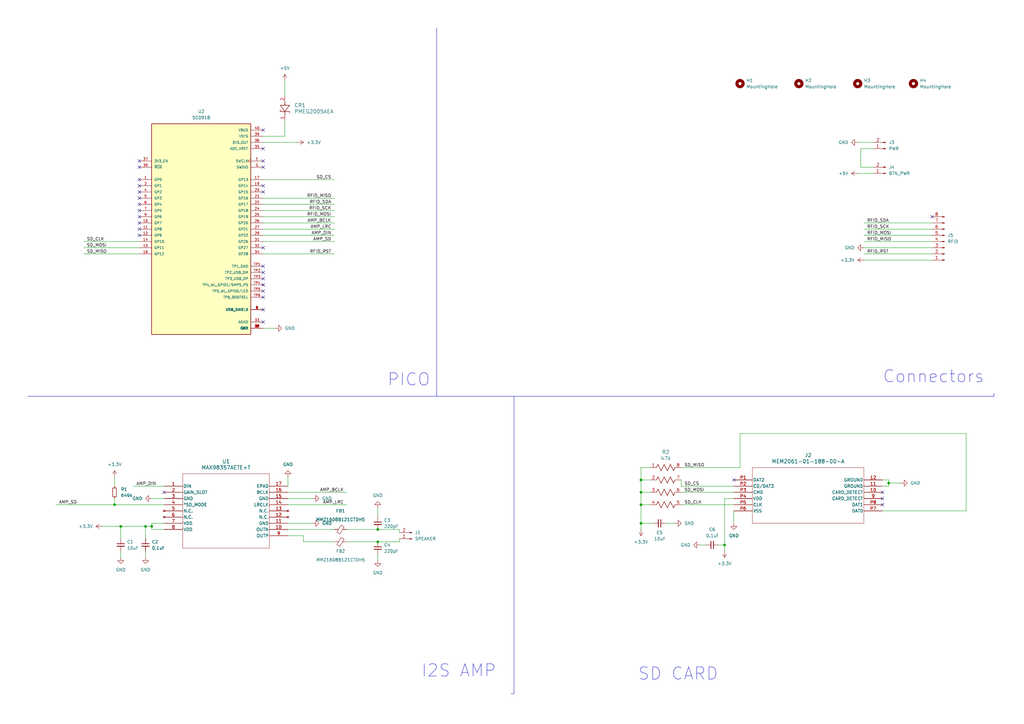
<source format=kicad_sch>
(kicad_sch (version 20231120) (generator "eeschema") (generator_version "8.0")
  (paper "A3")
  (title_block (title "Music Box") (date "2024-03-02") (rev "2"))
  (lib_symbols
    (symbol "AMU-Other:MAX98357AETE+T" (pin_names (offset 0.254))
      (property "Reference" "U" (at 25.4 10.16 0))
      (property "Value" "MAX98357AETE+T" (at 25.4 7.62 0))
      (symbol "MAX98357AETE+T_1_1"
        (polyline (pts (xy 7.62 -25.4) (xy 43.18 -25.4)) (stroke (width 0.127)))
        (polyline (pts (xy 7.62 5.08) (xy 7.62 -25.4)) (stroke (width 0.127)))
        (polyline (pts (xy 43.18 -25.4) (xy 43.18 5.08)) (stroke (width 0.127)))
        (polyline (pts (xy 43.18 5.08) (xy 7.62 5.08)) (stroke (width 0.127)))
        (pin unspecified line (at 0 0 0) (length 7.62) (name "DIN") (number "1"))
        (pin output line (at 50.8 -17.78 180) (length 7.62) (name "OUTN") (number "10"))
        (pin power_out line (at 50.8 -15.24 180) (length 7.62) (name "GND") (number "11"))
        (pin no_connect line (at 50.8 -12.7 180) (length 7.62) (name "N.C.") (number "12"))
        (pin no_connect line (at 50.8 -10.16 180) (length 7.62) (name "N.C.") (number "13"))
        (pin unspecified line (at 50.8 -7.62 180) (length 7.62) (name "LRCLK") (number "14"))
        (pin power_out line (at 50.8 -5.08 180) (length 7.62) (name "GND") (number "15"))
        (pin unspecified line (at 50.8 -2.54 180) (length 7.62) (name "BCLK") (number "16"))
        (pin unspecified line (at 50.8 0 180) (length 7.62) (name "EPAD") (number "17"))
        (pin unspecified line (at 0 -2.54 0) (length 7.62) (name "GAIN_SLOT") (number "2"))
        (pin power_out line (at 0 -5.08 0) (length 7.62) (name "GND") (number "3"))
        (pin unspecified line (at 0 -7.62 0) (length 7.62) (name "*SD_MODE") (number "4"))
        (pin no_connect line (at 0 -10.16 0) (length 7.62) (name "N.C.") (number "5"))
        (pin no_connect line (at 0 -12.7 0) (length 7.62) (name "N.C.") (number "6"))
        (pin power_in line (at 0 -15.24 0) (length 7.62) (name "VDD") (number "7"))
        (pin power_in line (at 0 -17.78 0) (length 7.62) (name "VDD") (number "8"))
        (pin output line (at 50.8 -20.32 180) (length 7.62) (name "OUTP") (number "9"))
      )
    )
    (symbol "Connector:Conn_01x02_Pin" (pin_names (offset 1.016) hide)
      (property "Reference" "J" (at 0 2.54 0))
      (property "Value" "Conn_01x02_Pin" (at 0 -5.08 0))
      (symbol "Conn_01x02_Pin_1_1"
        (polyline (pts (xy 1.27 -2.54) (xy 0.8636 -2.54)) (stroke (width 0.1524)))
        (polyline (pts (xy 1.27 0) (xy 0.8636 0)) (stroke (width 0.1524)))
        (rectangle (start 0.8636 -2.413) (end 0 -2.667) (stroke (width 0.1524)) (fill (type outline)))
        (rectangle (start 0.8636 0.127) (end 0 -0.127) (stroke (width 0.1524)) (fill (type outline)))
        (pin passive line (at 5.08 0 180) (length 3.81) (name "Pin_1") (number "1"))
        (pin passive line (at 5.08 -2.54 180) (length 3.81) (name "Pin_2") (number "2"))
      )
    )
    (symbol "Connector:Conn_01x08_Pin" (pin_names (offset 1.016) hide)
      (property "Reference" "J" (at 0 10.16 0))
      (property "Value" "Conn_01x08_Pin" (at 0 -12.7 0))
      (symbol "Conn_01x08_Pin_1_1"
        (polyline (pts (xy 1.27 -10.16) (xy 0.8636 -10.16)) (stroke (width 0.1524)))
        (polyline (pts (xy 1.27 -7.62) (xy 0.8636 -7.62)) (stroke (width 0.1524)))
        (polyline (pts (xy 1.27 -5.08) (xy 0.8636 -5.08)) (stroke (width 0.1524)))
        (polyline (pts (xy 1.27 -2.54) (xy 0.8636 -2.54)) (stroke (width 0.1524)))
        (polyline (pts (xy 1.27 0) (xy 0.8636 0)) (stroke (width 0.1524)))
        (polyline (pts (xy 1.27 2.54) (xy 0.8636 2.54)) (stroke (width 0.1524)))
        (polyline (pts (xy 1.27 5.08) (xy 0.8636 5.08)) (stroke (width 0.1524)))
        (polyline (pts (xy 1.27 7.62) (xy 0.8636 7.62)) (stroke (width 0.1524)))
        (rectangle (start 0.8636 -10.033) (end 0 -10.287) (stroke (width 0.1524)) (fill (type outline)))
        (rectangle (start 0.8636 -7.493) (end 0 -7.747) (stroke (width 0.1524)) (fill (type outline)))
        (rectangle (start 0.8636 -4.953) (end 0 -5.207) (stroke (width 0.1524)) (fill (type outline)))
        (rectangle (start 0.8636 -2.413) (end 0 -2.667) (stroke (width 0.1524)) (fill (type outline)))
        (rectangle (start 0.8636 0.127) (end 0 -0.127) (stroke (width 0.1524)) (fill (type outline)))
        (rectangle (start 0.8636 2.667) (end 0 2.413) (stroke (width 0.1524)) (fill (type outline)))
        (rectangle (start 0.8636 5.207) (end 0 4.953) (stroke (width 0.1524)) (fill (type outline)))
        (rectangle (start 0.8636 7.747) (end 0 7.493) (stroke (width 0.1524)) (fill (type outline)))
        (pin passive line (at 5.08 7.62 180) (length 3.81) (name "Pin_1") (number "1"))
        (pin passive line (at 5.08 5.08 180) (length 3.81) (name "Pin_2") (number "2"))
        (pin passive line (at 5.08 2.54 180) (length 3.81) (name "Pin_3") (number "3"))
        (pin passive line (at 5.08 0 180) (length 3.81) (name "Pin_4") (number "4"))
        (pin passive line (at 5.08 -2.54 180) (length 3.81) (name "Pin_5") (number "5"))
        (pin passive line (at 5.08 -5.08 180) (length 3.81) (name "Pin_6") (number "6"))
        (pin passive line (at 5.08 -7.62 180) (length 3.81) (name "Pin_7") (number "7"))
        (pin passive line (at 5.08 -10.16 180) (length 3.81) (name "Pin_8") (number "8"))
      )
    )
    (symbol "Device:C_Small" (pin_numbers hide) (pin_names (offset 0.254) hide)
      (property "Reference" "C" (at 0.254 1.778 0))
      (property "Value" "C_Small" (at 0.254 -2.032 0))
      (symbol "C_Small_0_1"
        (polyline (pts (xy -1.524 -0.508) (xy 1.524 -0.508)) (stroke (width 0.3302)))
        (polyline (pts (xy -1.524 0.508) (xy 1.524 0.508)) (stroke (width 0.3048)))
      )
      (symbol "C_Small_1_1"
        (pin passive line (at 0 2.54 270) (length 2.032) (name "~") (number "1"))
        (pin passive line (at 0 -2.54 90) (length 2.032) (name "~") (number "2"))
      )
    )
    (symbol "Device:FerriteBead_Small" (pin_numbers hide) (pin_names (offset 0))
      (property "Reference" "FB" (at 1.905 1.27 0))
      (property "Value" "FerriteBead_Small" (at 1.905 -1.27 0))
      (symbol "FerriteBead_Small_0_1"
        (polyline (pts (xy 0 -1.27) (xy 0 -0.7874)))
        (polyline (pts (xy 0 0.889) (xy 0 1.2954)))
        (polyline (pts (xy -1.8288 0.2794) (xy -1.1176 1.4986) (xy 1.8288 -0.2032) (xy 1.1176 -1.4224) (xy -1.8288 0.2794)))
      )
      (symbol "FerriteBead_Small_1_1"
        (pin passive line (at 0 2.54 270) (length 1.27) (name "~") (number "1"))
        (pin passive line (at 0 -2.54 90) (length 1.27) (name "~") (number "2"))
      )
    )
    (symbol "Device:R_Small" (pin_numbers hide) (pin_names (offset 0.254) hide)
      (property "Reference" "R" (at 0.762 0.508 0))
      (property "Value" "R_Small" (at 0.762 -1.016 0))
      (symbol "R_Small_0_1"
        (rectangle (start -0.762 1.778) (end 0.762 -1.778) (stroke (width 0.2032)))
      )
      (symbol "R_Small_1_1"
        (pin passive line (at 0 2.54 270) (length 0.762) (name "~") (number "1"))
        (pin passive line (at 0 -2.54 90) (length 0.762) (name "~") (number "2"))
      )
    )
    (symbol "Mechanical:MountingHole" (pin_names (offset 1.016))
      (property "Reference" "H" (at 0 5.08 0))
      (property "Value" "MountingHole" (at 0 3.175 0))
      (symbol "MountingHole_0_1"
        (circle (center 0 0) (radius 1.27) (stroke (width 1.27)))
      )
    )
    (symbol "pico-w:SC0918" (pin_names (offset 1.016))
      (property "Reference" "U" (at -20.32 43.942 0))
      (property "Value" "SC0918" (at -20.32 -45.72 0))
      (symbol "SC0918_0_0"
        (rectangle (start -20.32 -43.18) (end 20.32 43.18) (stroke (width 0.254)) (fill (type background)))
        (pin bidirectional line (at -25.4 20.32 0) (length 5.08) (name "GP0") (number "1"))
        (pin bidirectional line (at -25.4 2.54 0) (length 5.08) (name "GP7") (number "10"))
        (pin bidirectional line (at -25.4 0 0) (length 5.08) (name "GP8") (number "11"))
        (pin bidirectional line (at -25.4 -2.54 0) (length 5.08) (name "GP9") (number "12"))
        (pin power_in line (at 25.4 -40.64 180) (length 5.08) (name "GND") (number "13"))
        (pin bidirectional line (at -25.4 -5.08 0) (length 5.08) (name "GP10") (number "14"))
        (pin bidirectional line (at -25.4 -7.62 0) (length 5.08) (name "GP11") (number "15"))
        (pin bidirectional line (at -25.4 -10.16 0) (length 5.08) (name "GP12") (number "16"))
        (pin bidirectional line (at 25.4 20.32 180) (length 5.08) (name "GP13") (number "17"))
        (pin power_in line (at 25.4 -40.64 180) (length 5.08) (name "GND") (number "18"))
        (pin bidirectional line (at 25.4 17.78 180) (length 5.08) (name "GP14") (number "19"))
        (pin bidirectional line (at -25.4 17.78 0) (length 5.08) (name "GP1") (number "2"))
        (pin bidirectional line (at 25.4 15.24 180) (length 5.08) (name "GP15") (number "20"))
        (pin bidirectional line (at 25.4 12.7 180) (length 5.08) (name "GP16") (number "21"))
        (pin bidirectional line (at 25.4 10.16 180) (length 5.08) (name "GP17") (number "22"))
        (pin power_in line (at 25.4 -40.64 180) (length 5.08) (name "GND") (number "23"))
        (pin bidirectional line (at 25.4 7.62 180) (length 5.08) (name "GP18") (number "24"))
        (pin bidirectional line (at 25.4 5.08 180) (length 5.08) (name "GP19") (number "25"))
        (pin bidirectional line (at 25.4 2.54 180) (length 5.08) (name "GP20") (number "26"))
        (pin bidirectional line (at 25.4 0 180) (length 5.08) (name "GP21") (number "27"))
        (pin power_in line (at 25.4 -40.64 180) (length 5.08) (name "GND") (number "28"))
        (pin bidirectional line (at 25.4 -2.54 180) (length 5.08) (name "GP22") (number "29"))
        (pin power_in line (at 25.4 -40.64 180) (length 5.08) (name "GND") (number "3"))
        (pin input line (at -25.4 25.4 0) (length 5.08) (name "~{RUN}") (number "30"))
        (pin bidirectional line (at 25.4 -5.08 180) (length 5.08) (name "GP26") (number "31"))
        (pin bidirectional line (at 25.4 -7.62 180) (length 5.08) (name "GP27") (number "32"))
        (pin power_in line (at 25.4 -38.1 180) (length 5.08) (name "AGND") (number "33"))
        (pin bidirectional line (at 25.4 -10.16 180) (length 5.08) (name "GP28") (number "34"))
        (pin power_in line (at 25.4 33.02 180) (length 5.08) (name "ADC_VREF") (number "35"))
        (pin power_in line (at 25.4 35.56 180) (length 5.08) (name "3V3_OUT") (number "36"))
        (pin input line (at -25.4 27.94 0) (length 5.08) (name "3V3_EN") (number "37"))
        (pin power_in line (at 25.4 -40.64 180) (length 5.08) (name "GND") (number "38"))
        (pin power_in line (at 25.4 38.1 180) (length 5.08) (name "VSYS") (number "39"))
        (pin bidirectional line (at -25.4 15.24 0) (length 5.08) (name "GP2") (number "4"))
        (pin power_in line (at 25.4 40.64 180) (length 5.08) (name "VBUS") (number "40"))
        (pin bidirectional line (at -25.4 12.7 0) (length 5.08) (name "GP3") (number "5"))
        (pin bidirectional line (at -25.4 10.16 0) (length 5.08) (name "GP4") (number "6"))
        (pin bidirectional line (at -25.4 7.62 0) (length 5.08) (name "GP5") (number "7"))
        (pin power_in line (at 25.4 -40.64 180) (length 5.08) (name "GND") (number "8"))
        (pin bidirectional line (at -25.4 5.08 0) (length 5.08) (name "GP6") (number "9"))
        (pin power_in line (at 25.4 -33.02 180) (length 5.08) (name "USB_SHIELD") (number "A"))
        (pin power_in line (at 25.4 -33.02 180) (length 5.08) (name "USB_SHIELD") (number "B"))
        (pin power_in line (at 25.4 -33.02 180) (length 5.08) (name "USB_SHIELD") (number "C"))
        (pin power_in line (at 25.4 -33.02 180) (length 5.08) (name "USB_SHIELD") (number "D"))
        (pin input clock (at 25.4 27.94 180) (length 5.08) (name "SWCLK") (number "E"))
        (pin power_in line (at 25.4 -40.64 180) (length 5.08) (name "GND") (number "F"))
        (pin bidirectional line (at 25.4 25.4 180) (length 5.08) (name "SWDIO") (number "G"))
        (pin power_in line (at 25.4 -15.24 180) (length 5.08) (name "TP1_GND") (number "TP1"))
        (pin bidirectional line (at 25.4 -17.78 180) (length 5.08) (name "TP2_USB_DM") (number "TP2"))
        (pin bidirectional line (at 25.4 -20.32 180) (length 5.08) (name "TP3_USB_DP") (number "TP3"))
        (pin no_connect line (at 25.4 -22.86 180) (length 5.08) (name "TP4_WL_GPIO1/SMPS_PS") (number "TP4"))
        (pin output line (at 25.4 -25.4 180) (length 5.08) (name "TP5_WL_GPIO0/LED") (number "TP5"))
        (pin input line (at 25.4 -27.94 180) (length 5.08) (name "TP6_BOOTSEL") (number "TP6"))
      )
    )
    (symbol "power:+3.3V" (power) (pin_names (offset 0))
      (property "Value" "+3.3V" (at 0 3.556 0))
      (symbol "+3.3V_0_1"
        (polyline (pts (xy -0.762 1.27) (xy 0 2.54)))
        (polyline (pts (xy 0 0) (xy 0 2.54)))
        (polyline (pts (xy 0 2.54) (xy 0.762 1.27)))
      )
      (symbol "+3.3V_1_1"
        (pin power_in line (at 0 0 90) (length 0) hide (name "+3.3V") (number "1"))
      )
    )
    (symbol "power:+5V" (power) (pin_names (offset 0))
      (property "Value" "+5V" (at 0 3.556 0))
      (symbol "+5V_0_1"
        (polyline (pts (xy -0.762 1.27) (xy 0 2.54)))
        (polyline (pts (xy 0 0) (xy 0 2.54)))
        (polyline (pts (xy 0 2.54) (xy 0.762 1.27)))
      )
      (symbol "+5V_1_1"
        (pin power_in line (at 0 0 90) (length 0) hide (name "+5V") (number "1"))
      )
    )
    (symbol "power:GND" (power) (pin_names (offset 0))
      (property "Value" "GND" (at 0 -3.81 0))
      (symbol "GND_0_1"
        (polyline (pts (xy 0 0) (xy 0 -1.27) (xy 1.27 -1.27) (xy 0 -2.54) (xy -1.27 -1.27) (xy 0 -1.27)))
      )
      (symbol "GND_1_1"
        (pin power_in line (at 0 0 270) (length 0) hide (name "GND") (number "1"))
      )
    )
    (symbol "resistor_array:EXB-N8V473JX" (pin_names (offset 0.254))
      (property "Reference" "R" (at 7.62 2.54 0))
      (property "Value" "EXB-N8V473JX" (at 5.08 -17.78 0))
      (symbol "EXB-N8V473JX_0_1"
        (polyline (pts (xy 2.54 -15.24) (xy 3.175 -13.97)) (stroke (width 0.2032)))
        (polyline (pts (xy 2.54 -10.16) (xy 3.175 -8.89)) (stroke (width 0.2032)))
        (polyline (pts (xy 2.54 -5.08) (xy 3.175 -3.81)) (stroke (width 0.2032)))
        (polyline (pts (xy 2.54 0) (xy 3.175 1.27)) (stroke (width 0.2032)))
        (polyline (pts (xy 3.175 -13.97) (xy 4.445 -16.51)) (stroke (width 0.2032)))
        (polyline (pts (xy 3.175 -8.89) (xy 4.445 -11.43)) (stroke (width 0.2032)))
        (polyline (pts (xy 3.175 -3.81) (xy 4.445 -6.35)) (stroke (width 0.2032)))
        (polyline (pts (xy 3.175 1.27) (xy 4.445 -1.27)) (stroke (width 0.2032)))
        (polyline (pts (xy 4.445 -16.51) (xy 5.715 -13.97)) (stroke (width 0.2032)))
        (polyline (pts (xy 4.445 -11.43) (xy 5.715 -8.89)) (stroke (width 0.2032)))
        (polyline (pts (xy 4.445 -6.35) (xy 5.715 -3.81)) (stroke (width 0.2032)))
        (polyline (pts (xy 4.445 -1.27) (xy 5.715 1.27)) (stroke (width 0.2032)))
        (polyline (pts (xy 5.715 -13.97) (xy 6.985 -16.51)) (stroke (width 0.2032)))
        (polyline (pts (xy 5.715 -8.89) (xy 6.985 -11.43)) (stroke (width 0.2032)))
        (polyline (pts (xy 5.715 -3.81) (xy 6.985 -6.35)) (stroke (width 0.2032)))
        (polyline (pts (xy 5.715 1.27) (xy 6.985 -1.27)) (stroke (width 0.2032)))
        (polyline (pts (xy 6.985 -16.51) (xy 8.255 -13.97)) (stroke (width 0.2032)))
        (polyline (pts (xy 6.985 -11.43) (xy 8.255 -8.89)) (stroke (width 0.2032)))
        (polyline (pts (xy 6.985 -6.35) (xy 8.255 -3.81)) (stroke (width 0.2032)))
        (polyline (pts (xy 6.985 -1.27) (xy 8.255 1.27)) (stroke (width 0.2032)))
        (polyline (pts (xy 8.255 -13.97) (xy 9.525 -16.51)) (stroke (width 0.2032)))
        (polyline (pts (xy 8.255 -8.89) (xy 9.525 -11.43)) (stroke (width 0.2032)))
        (polyline (pts (xy 8.255 -3.81) (xy 9.525 -6.35)) (stroke (width 0.2032)))
        (polyline (pts (xy 8.255 1.27) (xy 9.525 -1.27)) (stroke (width 0.2032)))
        (polyline (pts (xy 9.525 -16.51) (xy 10.16 -15.24)) (stroke (width 0.2032)))
        (polyline (pts (xy 9.525 -11.43) (xy 10.16 -10.16)) (stroke (width 0.2032)))
        (polyline (pts (xy 9.525 -6.35) (xy 10.16 -5.08)) (stroke (width 0.2032)))
        (polyline (pts (xy 9.525 -1.27) (xy 10.16 0)) (stroke (width 0.2032)))
        (pin unspecified line (at 0 0 0) (length 2.54) (name "") (number "1"))
        (pin unspecified line (at 0 -5.08 0) (length 2.54) (name "") (number "2"))
        (pin unspecified line (at 0 -10.16 0) (length 2.54) (name "") (number "3"))
        (pin unspecified line (at 0 -15.24 0) (length 2.54) (name "") (number "4"))
        (pin unspecified line (at 12.7 -15.24 180) (length 2.54) (name "") (number "5"))
        (pin unspecified line (at 12.7 -10.16 180) (length 2.54) (name "") (number "6"))
        (pin unspecified line (at 12.7 -5.08 180) (length 2.54) (name "") (number "7"))
        (pin unspecified line (at 12.7 0 180) (length 2.54) (name "") (number "8"))
      )
    )
    (symbol "sd-holder:MEM2061-01-188-00-A" (pin_names (offset 0.254))
      (property "Reference" "J" (at 30.48 10.16 0))
      (property "Value" "MEM2061-01-188-00-A" (at 30.48 7.62 0))
      (symbol "MEM2061-01-188-00-A_0_1"
        (polyline (pts (xy 7.62 -17.78) (xy 53.34 -17.78)) (stroke (width 0.127)))
        (polyline (pts (xy 7.62 5.08) (xy 7.62 -17.78)) (stroke (width 0.127)))
        (polyline (pts (xy 53.34 -17.78) (xy 53.34 5.08)) (stroke (width 0.127)))
        (polyline (pts (xy 53.34 5.08) (xy 7.62 5.08)) (stroke (width 0.127)))
        (pin unspecified line (at 60.96 -5.08 180) (length 7.62) (name "CARD_DETECT") (number "10"))
        (pin power_out line (at 60.96 -2.54 180) (length 7.62) (name "GROUND") (number "11"))
        (pin power_out line (at 60.96 0 180) (length 7.62) (name "GROUND") (number "12"))
        (pin unspecified line (at 60.96 -7.62 180) (length 7.62) (name "CARD_DETECT") (number "9"))
        (pin bidirectional line (at 0 0 0) (length 7.62) (name "DAT2") (number "P1"))
        (pin bidirectional line (at 0 -2.54 0) (length 7.62) (name "CD/DAT3") (number "P2"))
        (pin bidirectional line (at 0 -5.08 0) (length 7.62) (name "CMD") (number "P3"))
        (pin power_in line (at 0 -7.62 0) (length 7.62) (name "VDD") (number "P4"))
        (pin unspecified line (at 0 -10.16 0) (length 7.62) (name "CLK") (number "P5"))
        (pin power_out line (at 0 -12.7 0) (length 7.62) (name "VSS") (number "P6"))
        (pin bidirectional line (at 60.96 -12.7 180) (length 7.62) (name "DAT0") (number "P7"))
        (pin bidirectional line (at 60.96 -10.16 180) (length 7.62) (name "DAT1") (number "P8"))
      )
    )
    (symbol "shottky:PMEG2005AEA" (pin_names (offset 0.254))
      (property "Reference" "CR" (at 5.08 4.445 0))
      (property "Value" "PMEG2005AEA" (at 5.08 -3.81 0))
      (symbol "PMEG2005AEA_1_1"
        (polyline (pts (xy 2.54 0) (xy 3.4798 0)) (stroke (width 0.2032)))
        (polyline (pts (xy 3.175 0) (xy 3.81 0)) (stroke (width 0.2032)))
        (polyline (pts (xy 3.81 -1.905) (xy 6.35 0)) (stroke (width 0.2032)))
        (polyline (pts (xy 3.81 1.905) (xy 3.81 -1.905)) (stroke (width 0.2032)))
        (polyline (pts (xy 6.35 -1.905) (xy 5.715 -1.905)) (stroke (width 0.2032)))
        (polyline (pts (xy 6.35 -1.905) (xy 6.35 1.905)) (stroke (width 0.2032)))
        (polyline (pts (xy 6.35 0) (xy 3.81 1.905)) (stroke (width 0.2032)))
        (polyline (pts (xy 6.35 0) (xy 7.62 0)) (stroke (width 0.2032)))
        (polyline (pts (xy 6.35 1.905) (xy 6.985 1.905)) (stroke (width 0.2032)))
        (pin unspecified line (at 10.16 0 180) (length 2.54) (name "") (number "1"))
        (pin unspecified line (at 0 0 0) (length 2.54) (name "") (number "2"))
      )
    )
  )
  (junction (at 49.53 215.9))
  (junction (at 59.69 215.9))
  (junction (at 262.89 201.93))
  (junction (at 262.89 196.85))
  (junction (at 154.94 222.25))
  (junction (at 262.89 207.01))
  (junction (at 154.94 217.17))
  (junction (at 46.99 207.01))
  (junction (at 364.49 198.12))
  (junction (at 262.89 214.63))
  (junction (at 297.18 223.52))
  (junction (at 62.23 215.9))
  (no_connect (at 107.95 101.6))
  (no_connect (at 57.15 76.2))
  (no_connect (at 107.95 76.2))
  (no_connect (at 57.15 93.98))
  (no_connect (at 107.95 78.74))
  (no_connect (at 107.95 66.04))
  (no_connect (at 107.95 116.84))
  (no_connect (at 361.95 207.01))
  (no_connect (at 67.31 201.93))
  (no_connect (at 57.15 83.82))
  (no_connect (at 107.95 109.22))
  (no_connect (at 107.95 114.3))
  (no_connect (at 300.99 196.85))
  (no_connect (at 107.95 53.34))
  (no_connect (at 57.15 91.44))
  (no_connect (at 107.95 68.58))
  (no_connect (at 57.15 86.36))
  (no_connect (at 107.95 121.92))
  (no_connect (at 107.95 119.38))
  (no_connect (at 57.15 88.9))
  (no_connect (at 57.15 68.58))
  (no_connect (at 107.95 111.76))
  (no_connect (at 57.15 78.74))
  (no_connect (at 57.15 96.52))
  (no_connect (at 107.95 127))
  (no_connect (at 382.27 88.9))
  (no_connect (at 107.95 132.08))
  (no_connect (at 57.15 81.28))
  (no_connect (at 361.95 201.93))
  (no_connect (at 57.15 66.04))
  (no_connect (at 57.15 73.66))
  (no_connect (at 107.95 60.96))
  (no_connect (at 361.95 204.47))
  (wire (pts (xy 107.95 73.66) (xy 137.16 73.66)))
  (wire (pts (xy 154.94 217.17) (xy 163.83 217.17)))
  (wire (pts (xy 279.4 207.01) (xy 300.99 207.01)))
  (wire (pts (xy 107.95 96.52) (xy 137.16 96.52)))
  (wire (pts (xy 297.18 204.47) (xy 297.18 223.52)))
  (wire (pts (xy 361.95 196.85) (xy 364.49 196.85)))
  (wire (pts (xy 354.33 96.52) (xy 382.27 96.52)))
  (polyline (pts (xy 210.82 162.56) (xy 210.82 284.48)))
  (polyline (pts (xy 407.67 161.29) (xy 407.67 162.56)))
  (wire (pts (xy 107.95 91.44) (xy 137.16 91.44)))
  (polyline (pts (xy 210.82 162.56) (xy 407.67 162.56)))
  (wire (pts (xy 279.4 199.39) (xy 279.4 196.85)))
  (wire (pts (xy 303.53 177.8) (xy 396.24 177.8)))
  (wire (pts (xy 54.61 199.39) (xy 67.31 199.39)))
  (wire (pts (xy 354.33 101.6) (xy 382.27 101.6)))
  (wire (pts (xy 273.05 214.63) (xy 276.86 214.63)))
  (wire (pts (xy 354.33 104.14) (xy 382.27 104.14)))
  (wire (pts (xy 107.95 99.06) (xy 137.16 99.06)))
  (wire (pts (xy 46.99 195.58) (xy 46.99 199.39)))
  (wire (pts (xy 142.24 222.25) (xy 154.94 222.25)))
  (wire (pts (xy 118.11 195.58) (xy 118.11 199.39)))
  (polyline (pts (xy 179.07 162.56) (xy 210.82 162.56)))
  (wire (pts (xy 279.4 201.93) (xy 300.99 201.93)))
  (wire (pts (xy 353.06 68.58) (xy 353.06 60.96)))
  (wire (pts (xy 118.11 219.71) (xy 124.46 219.71)))
  (wire (pts (xy 262.89 196.85) (xy 262.89 201.93)))
  (wire (pts (xy 59.69 226.06) (xy 59.69 228.6)))
  (wire (pts (xy 262.89 214.63) (xy 267.97 214.63)))
  (wire (pts (xy 303.53 191.77) (xy 303.53 177.8)))
  (wire (pts (xy 46.99 207.01) (xy 67.31 207.01)))
  (wire (pts (xy 262.89 201.93) (xy 262.89 207.01)))
  (wire (pts (xy 116.84 33.02) (xy 116.84 39.37)))
  (wire (pts (xy 118.11 214.63) (xy 128.27 214.63)))
  (wire (pts (xy 46.99 204.47) (xy 46.99 207.01)))
  (wire (pts (xy 300.99 209.55) (xy 300.99 214.63)))
  (wire (pts (xy 107.95 86.36) (xy 137.16 86.36)))
  (wire (pts (xy 300.99 199.39) (xy 279.4 199.39)))
  (wire (pts (xy 154.94 227.33) (xy 154.94 229.87)))
  (wire (pts (xy 142.24 217.17) (xy 154.94 217.17)))
  (wire (pts (xy 49.53 215.9) (xy 49.53 220.98)))
  (polyline (pts (xy 179.07 11.43) (xy 179.07 162.56)))
  (wire (pts (xy 266.7 191.77) (xy 262.89 191.77)))
  (wire (pts (xy 163.83 222.25) (xy 163.83 220.98)))
  (wire (pts (xy 107.95 58.42) (xy 121.92 58.42)))
  (wire (pts (xy 124.46 222.25) (xy 137.16 222.25)))
  (wire (pts (xy 41.91 215.9) (xy 49.53 215.9)))
  (wire (pts (xy 262.89 207.01) (xy 262.89 214.63)))
  (wire (pts (xy 262.89 207.01) (xy 266.7 207.01)))
  (wire (pts (xy 154.94 208.28) (xy 154.94 212.09)))
  (wire (pts (xy 262.89 196.85) (xy 266.7 196.85)))
  (wire (pts (xy 62.23 204.47) (xy 67.31 204.47)))
  (wire (pts (xy 49.53 226.06) (xy 49.53 228.6)))
  (wire (pts (xy 279.4 191.77) (xy 303.53 191.77)))
  (wire (pts (xy 351.79 58.42) (xy 358.14 58.42)))
  (wire (pts (xy 154.94 222.25) (xy 163.83 222.25)))
  (wire (pts (xy 116.84 55.88) (xy 116.84 49.53)))
  (wire (pts (xy 287.02 223.52) (xy 289.56 223.52)))
  (wire (pts (xy 294.64 223.52) (xy 297.18 223.52)))
  (wire (pts (xy 364.49 199.39) (xy 364.49 198.12)))
  (wire (pts (xy 118.11 201.93) (xy 142.24 201.93)))
  (wire (pts (xy 300.99 204.47) (xy 297.18 204.47)))
  (wire (pts (xy 107.95 134.62) (xy 113.03 134.62)))
  (wire (pts (xy 107.95 81.28) (xy 137.16 81.28)))
  (wire (pts (xy 22.86 207.01) (xy 46.99 207.01)))
  (wire (pts (xy 59.69 215.9) (xy 62.23 215.9)))
  (wire (pts (xy 262.89 191.77) (xy 262.89 196.85)))
  (wire (pts (xy 62.23 215.9) (xy 62.23 217.17)))
  (wire (pts (xy 107.95 55.88) (xy 116.84 55.88)))
  (wire (pts (xy 107.95 104.14) (xy 137.16 104.14)))
  (wire (pts (xy 107.95 83.82) (xy 137.16 83.82)))
  (wire (pts (xy 354.33 99.06) (xy 382.27 99.06)))
  (wire (pts (xy 396.24 177.8) (xy 396.24 209.55)))
  (wire (pts (xy 262.89 214.63) (xy 262.89 217.17)))
  (wire (pts (xy 351.79 71.12) (xy 358.14 71.12)))
  (wire (pts (xy 262.89 201.93) (xy 266.7 201.93)))
  (wire (pts (xy 49.53 215.9) (xy 59.69 215.9)))
  (wire (pts (xy 354.33 91.44) (xy 382.27 91.44)))
  (wire (pts (xy 34.29 104.14) (xy 57.15 104.14)))
  (wire (pts (xy 358.14 68.58) (xy 353.06 68.58)))
  (wire (pts (xy 118.11 204.47) (xy 128.27 204.47)))
  (wire (pts (xy 361.95 209.55) (xy 396.24 209.55)))
  (wire (pts (xy 107.95 93.98) (xy 137.16 93.98)))
  (polyline (pts (xy 11.43 162.56) (xy 179.07 162.56)))
  (wire (pts (xy 361.95 199.39) (xy 364.49 199.39)))
  (wire (pts (xy 364.49 198.12) (xy 364.49 196.85)))
  (wire (pts (xy 354.33 106.68) (xy 382.27 106.68)))
  (wire (pts (xy 62.23 217.17) (xy 67.31 217.17)))
  (wire (pts (xy 118.11 207.01) (xy 142.24 207.01)))
  (wire (pts (xy 297.18 223.52) (xy 297.18 226.06)))
  (wire (pts (xy 118.11 217.17) (xy 137.16 217.17)))
  (wire (pts (xy 163.83 217.17) (xy 163.83 218.44)))
  (wire (pts (xy 353.06 60.96) (xy 358.14 60.96)))
  (wire (pts (xy 124.46 219.71) (xy 124.46 222.25)))
  (wire (pts (xy 34.29 99.06) (xy 57.15 99.06)))
  (wire (pts (xy 364.49 198.12) (xy 369.57 198.12)))
  (wire (pts (xy 354.33 93.98) (xy 382.27 93.98)))
  (wire (pts (xy 34.29 101.6) (xy 57.15 101.6)))
  (wire (pts (xy 67.31 214.63) (xy 62.23 214.63)))
  (wire (pts (xy 62.23 214.63) (xy 62.23 215.9)))
  (wire (pts (xy 107.95 88.9) (xy 137.16 88.9)))
  (polyline (pts (xy 209.55 284.48) (xy 210.82 284.48)))
  (wire (pts (xy 59.69 215.9) (xy 59.69 220.98)))
  (text "Connectors" (at 361.95 157.48 0) (effects (font (size 5 5)) (justify left bottom)))
  (text "I2S AMP" (at 172.72 278.13 0) (effects (font (size 5 5)) (justify left bottom)))
  (text "PICO" (at 158.75 158.75 0) (effects (font (size 5 5)) (justify left bottom)))
  (text "SD CARD" (at 261.62 279.4 0) (effects (font (size 5 5)) (justify left bottom)))
  (label "SD_MOSI" (at 35.56 101.6 0))
  (label "AMP_BCLK" (at 140.97 201.93 180))
  (label "RFID_SDA" (at 135.89 83.82 180))
  (label "RFID_SDA" (at 355.6 91.44 0))
  (label "RFID_MISO" (at 135.89 81.28 180))
  (label "RFID_RST" (at 355.6 104.14 0))
  (label "SD_CLK" (at 35.56 99.06 0))
  (label "AMP_LRC" (at 140.97 207.01 180))
  (label "RFID_SCK" (at 135.89 86.36 180))
  (label "AMP_SD" (at 24.13 207.01 0))
  (label "SD_CS" (at 280.67 199.39 0))
  (label "SD_CS" (at 135.89 73.66 180))
  (label "SD_MOSI" (at 280.67 201.93 0))
  (label "AMP_LRC" (at 135.89 93.98 180))
  (label "RFID_MISO" (at 355.6 99.06 0))
  (label "SD_MISO" (at 35.56 104.14 0))
  (label "AMP_SD" (at 135.89 99.06 180))
  (label "SD_MISO" (at 280.67 191.77 0))
  (label "RFID_MOSI" (at 135.89 88.9 180))
  (label "RFID_RST" (at 135.89 104.14 180))
  (label "AMP_DIN" (at 135.89 96.52 180))
  (label "AMP_BCLK" (at 135.89 91.44 180))
  (label "AMP_DIN" (at 55.88 199.39 0))
  (label "SD_CLK" (at 280.67 207.01 0))
  (label "RFID_MOSI" (at 355.6 96.52 0))
  (label "RFID_SCK" (at 355.6 93.98 0))
  (symbol (lib_id "power:GND") (at 118.11 195.58 180) (unit 1)
    (property "Reference" "#PWR08" (effects (hide yes)))
    (property "Value" "GND" (at 118.11 190.5 0))
  )
  (symbol (lib_id "power:GND") (at 351.79 58.42 270) (unit 1)
    (property "Reference" "#PWR019" (effects (hide yes)))
    (property "Value" "GND" (at 347.98 58.42 90) (effects (justify right)))
  )
  (symbol (lib_id "power:+3.3V") (at 46.99 195.58 0) (unit 1)
    (property "Reference" "#PWR02" (effects (hide yes)))
    (property "Value" "+3.3V" (at 46.99 190.5 0))
  )
  (symbol (lib_id "power:+5V") (at 116.84 33.02 0) (unit 1)
    (property "Reference" "#PWR07" (effects (hide yes)))
    (property "Value" "+5V" (at 116.84 27.94 0))
  )
  (symbol (lib_id "shottky:PMEG2005AEA") (at 116.84 39.37 270) (unit 1)
    (property "Reference" "CR1" (at 120.65 43.18 90) (effects (font (size 1.524 1.524)) (justify left)))
    (property "Value" "PMEG2005AEA" (at 120.65 45.72 90) (effects (font (size 1.524 1.524)) (justify left)))
    (property "Footprint" "shottky:SOD323F_NEX" (effects (hide yes)))
    (property "Datasheet" "PMEG2005AEA" (effects (hide yes)))
  )
  (symbol (lib_id "power:+3.3V") (at 121.92 58.42 270) (unit 1)
    (property "Reference" "#PWR09" (effects (hide yes)))
    (property "Value" "+3.3V" (at 125.73 58.42 90) (effects (justify left)))
  )
  (symbol (lib_id "power:GND") (at 62.23 204.47 270) (unit 1)
    (property "Reference" "#PWR05" (effects (hide yes)))
    (property "Value" "GND" (at 58.42 204.47 90) (effects (justify right)))
  )
  (symbol (lib_id "Device:C_Small") (at 49.53 223.52 0) (unit 1)
    (property "Reference" "C1" (at 52.07 222.2563 0) (effects (justify left)))
    (property "Value" "10uf" (at 52.07 224.7963 0) (effects (justify left)))
    (property "Footprint" "Capacitor_SMD:C_0805_2012Metric" (effects (hide yes)))
  )
  (symbol (lib_id "Device:R_Small") (at 46.99 201.93 0) (unit 1)
    (property "Reference" "R1" (at 49.53 200.66 0) (effects (justify left)))
    (property "Value" "649k" (at 49.53 203.2 0) (effects (justify left)))
    (property "Footprint" "Resistor_SMD:R_0402_1005Metric" (effects (hide yes)))
  )
  (symbol (lib_id "Mechanical:MountingHole") (at 327.66 34.29 0) (unit 1)
    (property "Reference" "H2" (at 330.2 33.02 0) (effects (justify left)))
    (property "Value" "MountingHole" (at 330.2 35.56 0) (effects (justify left)))
    (property "Footprint" "MountingHole:MountingHole_2.2mm_M2_DIN965" (effects (hide yes)))
  )
  (symbol (lib_id "Connector:Conn_01x02_Pin") (at 168.91 220.98 180) (unit 1)
    (property "Reference" "J1" (at 170.18 218.44 0) (effects (justify right)))
    (property "Value" "SPEAKER" (at 170.18 220.98 0) (effects (justify right)))
    (property "Footprint" "Connector_JST:JST_XH_B2B-XH-A_1x02_P2.50mm_Vertical" (effects (hide yes)))
  )
  (symbol (lib_id "Connector:Conn_01x02_Pin") (at 363.22 71.12 180) (unit 1)
    (property "Reference" "J4" (at 364.49 68.58 0) (effects (justify right)))
    (property "Value" "BTN_PWR" (at 364.49 71.12 0) (effects (justify right)))
    (property "Footprint" "Connector_JST:JST_PH_B2B-PH-K_1x02_P2.00mm_Vertical" (effects (hide yes)))
  )
  (symbol (lib_id "Device:C_Small") (at 59.69 223.52 0) (unit 1)
    (property "Reference" "C2" (at 62.23 222.2563 0) (effects (justify left)))
    (property "Value" "0.1uf" (at 62.23 224.7963 0) (effects (justify left)))
    (property "Footprint" "Capacitor_SMD:C_0603_1608Metric" (effects (hide yes)))
  )
  (symbol (lib_id "power:GND") (at 369.57 198.12 90) (unit 1)
    (property "Reference" "#PWR023" (effects (hide yes)))
    (property "Value" "GND" (at 373.38 198.12 90) (effects (justify right)))
  )
  (symbol (lib_id "power:GND") (at 154.94 229.87 0) (unit 1)
    (property "Reference" "#PWR013" (effects (hide yes)))
    (property "Value" "GND" (at 154.94 234.95 0))
  )
  (symbol (lib_id "pico-w:SC0918") (at 82.55 93.98 0) (unit 1)
    (property "Reference" "U2" (at 82.55 45.72 0))
    (property "Value" "SC0918" (at 82.55 48.26 0))
    (property "Footprint" "pico-w:MODULE_SC0918" (effects (hide yes)))
    (property "Description" "\n- RP2040 Transceiver; 802.11 b/g/n (Wi-Fi, WiFi, WLAN), Bluetooth® 5 2.4GHz Evaluation Board\n" (effects (hide yes)))
    (property "MF" "Raspberry Pi" (effects (hide yes)))
    (property "MAXIMUM_PACKAGE_HEIGHT" "3.6mm" (effects (hide yes)))
    (property "Package" "None" (effects (hide yes)))
    (property "Price" "None" (effects (hide yes)))
    (property "Check_prices" "https://www.snapeda.com/parts/SC0918/Raspberry+Pi/view-part/?ref=eda" (effects (hide yes)))
    (property "STANDARD" "Manufacturer Recommendations" (effects (hide yes)))
    (property "PARTREV" "2.1" (effects (hide yes)))
    (property "SnapEDA_Link" "https://www.snapeda.com/parts/SC0918/Raspberry+Pi/view-part/?ref=snap" (effects (hide yes)))
    (property "MP" "SC0918" (effects (hide yes)))
    (property "Availability" "In Stock" (effects (hide yes)))
    (property "MANUFACTURER" "Raspberry Pi" (effects (hide yes)))
  )
  (symbol (lib_id "power:+3.3V") (at 41.91 215.9 90) (unit 1)
    (property "Reference" "#PWR01" (effects (hide yes)))
    (property "Value" "+3.3V" (at 38.1 215.9 90) (effects (justify left)))
  )
  (symbol (lib_id "power:GND") (at 128.27 214.63 90) (unit 1)
    (property "Reference" "#PWR011" (effects (hide yes)))
    (property "Value" "GND" (at 132.08 214.63 90) (effects (justify right)))
  )
  (symbol (lib_id "power:GND") (at 287.02 223.52 270) (unit 1)
    (property "Reference" "#PWR016" (effects (hide yes)))
    (property "Value" "GND" (at 283.21 223.52 90) (effects (justify right)))
  )
  (symbol (lib_id "power:GND") (at 154.94 208.28 180) (unit 1)
    (property "Reference" "#PWR012" (effects (hide yes)))
    (property "Value" "GND" (at 154.94 203.2 0))
  )
  (symbol (lib_id "Connector:Conn_01x02_Pin") (at 363.22 60.96 180) (unit 1)
    (property "Reference" "J3" (at 364.49 58.42 0) (effects (justify right)))
    (property "Value" "PWR" (at 364.49 60.96 0) (effects (justify right)))
    (property "Footprint" "Connector_JST:JST_PH_B2B-PH-K_1x02_P2.00mm_Vertical" (effects (hide yes)))
  )
  (symbol (lib_id "Device:FerriteBead_Small") (at 139.7 217.17 90) (unit 1)
    (property "Reference" "FB1" (at 139.6619 209.55 90))
    (property "Value" "\nMMZ1608B121CTDH5" (at 139.6619 212.09 90))
    (property "Footprint" "Inductor_SMD:L_0603_1608Metric" (effects (hide yes)))
  )
  (symbol (lib_id "Device:FerriteBead_Small") (at 139.7 222.25 90) (unit 1)
    (property "Reference" "FB2" (at 139.7 226.06 90))
    (property "Value" "\nMMZ1608B121CTDH5" (at 139.7 228.6 90))
    (property "Footprint" "Inductor_SMD:L_0603_1608Metric" (effects (hide yes)))
  )
  (symbol (lib_id "Connector:Conn_01x08_Pin") (at 387.35 99.06 180) (unit 1)
    (property "Reference" "J5" (at 388.62 96.52 0) (effects (justify right)))
    (property "Value" "RFID" (at 388.62 99.06 0) (effects (justify right)))
    (property "Footprint" "Connector_JST:JST_PH_B8B-PH-K_1x08_P2.00mm_Vertical" (effects (hide yes)))
  )
  (symbol (lib_id "Mechanical:MountingHole") (at 374.65 34.29 0) (unit 1)
    (property "Reference" "H4" (at 377.19 33.02 0) (effects (justify left)))
    (property "Value" "MountingHole" (at 377.19 35.56 0) (effects (justify left)))
    (property "Footprint" "MountingHole:MountingHole_2.2mm_M2_DIN965" (effects (hide yes)))
  )
  (symbol (lib_id "Device:C_Small") (at 154.94 224.79 0) (unit 1)
    (property "Reference" "C4" (at 157.48 223.5263 0) (effects (justify left)))
    (property "Value" "220pf" (at 157.48 226.0663 0) (effects (justify left)))
    (property "Footprint" "Capacitor_SMD:C_0402_1005Metric" (effects (hide yes)))
  )
  (symbol (lib_id "AMU-Other:MAX98357AETE+T") (at 67.31 199.39 0) (unit 1)
    (property "Reference" "U1" (at 92.71 189.23 0) (effects (font (size 1.524 1.524))))
    (property "Value" "MAX98357AETE+T" (at 92.71 191.77 0) (effects (font (size 1.524 1.524))))
    (property "Footprint" "i2s-amp:21-0136I_T1633-4_MXM" (effects (hide yes)))
    (property "Datasheet" "https://www.farnell.com/datasheets/3920021.pdf" (effects (hide yes)))
  )
  (symbol (lib_id "Device:C_Small") (at 154.94 214.63 0) (unit 1)
    (property "Reference" "C3" (at 157.48 213.3663 0) (effects (justify left)))
    (property "Value" "220pf" (at 157.48 215.9063 0) (effects (justify left)))
    (property "Footprint" "Capacitor_SMD:C_0402_1005Metric" (effects (hide yes)))
  )
  (symbol (lib_id "power:GND") (at 354.33 101.6 270) (unit 1)
    (property "Reference" "#PWR021" (effects (hide yes)))
    (property "Value" "GND" (at 350.52 101.6 90) (effects (justify right)))
  )
  (symbol (lib_id "power:GND") (at 113.03 134.62 90) (unit 1)
    (property "Reference" "#PWR06" (effects (hide yes)))
    (property "Value" "GND" (at 116.84 134.62 90) (effects (justify right)))
  )
  (symbol (lib_id "power:GND") (at 49.53 228.6 0) (unit 1)
    (property "Reference" "#PWR03" (effects (hide yes)))
    (property "Value" "GND" (at 49.53 233.68 0))
  )
  (symbol (lib_id "power:GND") (at 59.69 228.6 0) (unit 1)
    (property "Reference" "#PWR04" (effects (hide yes)))
    (property "Value" "GND" (at 59.69 233.68 0))
  )
  (symbol (lib_id "power:+3.3V") (at 354.33 106.68 90) (unit 1)
    (property "Reference" "#PWR022" (effects (hide yes)))
    (property "Value" "+3.3V" (at 350.52 106.68 90) (effects (justify left)))
  )
  (symbol (lib_id "Device:C_Small") (at 270.51 214.63 270) (unit 1)
    (property "Reference" "C5" (at 270.51 218.44 90))
    (property "Value" "10uf" (at 270.51 220.98 90))
    (property "Footprint" "Capacitor_SMD:C_0805_2012Metric" (effects (hide yes)))
  )
  (symbol (lib_id "power:+3.3V") (at 297.18 226.06 180) (unit 1)
    (property "Reference" "#PWR017" (effects (hide yes)))
    (property "Value" "+3.3V" (at 297.18 231.14 0))
  )
  (symbol (lib_id "Mechanical:MountingHole") (at 351.79 34.29 0) (unit 1)
    (property "Reference" "H3" (at 354.33 33.02 0) (effects (justify left)))
    (property "Value" "MountingHole" (at 354.33 35.56 0) (effects (justify left)))
    (property "Footprint" "MountingHole:MountingHole_2.2mm_M2_DIN965" (effects (hide yes)))
  )
  (symbol (lib_id "resistor_array:EXB-N8V473JX") (at 266.7 191.77 0) (unit 1)
    (property "Reference" "R2" (at 273.05 185.42 0) (effects (font (size 1.524 1.524))))
    (property "Value" "47k" (at 273.05 187.96 0) (effects (font (size 1.524 1.524))))
    (property "Footprint" "resistor_array:EXBN8V_PAN" (effects (hide yes)))
    (property "Datasheet" "EXB-N8V473JX" (effects (hide yes)))
  )
  (symbol (lib_id "sd-holder:MEM2061-01-188-00-A") (at 300.99 196.85 0) (unit 1)
    (property "Reference" "J2" (at 331.47 186.69 0) (effects (font (size 1.524 1.524))))
    (property "Value" "MEM2061-01-188-00-A" (at 331.47 189.23 0) (effects (font (size 1.524 1.524))))
    (property "Footprint" "sd-holder:MEM2061-01-188-00-A_GCT" (effects (hide yes)))
    (property "Datasheet" "MEM2061-01-188-00-A" (effects (hide yes)))
  )
  (symbol (lib_id "power:+5V") (at 351.79 71.12 90) (unit 1)
    (property "Reference" "#PWR020" (effects (hide yes)))
    (property "Value" "+5V" (at 347.98 71.12 90) (effects (justify left)))
  )
  (symbol (lib_id "power:GND") (at 300.99 214.63 0) (unit 1)
    (property "Reference" "#PWR018" (effects (hide yes)))
    (property "Value" "GND" (at 300.99 219.71 0))
  )
  (symbol (lib_id "Device:C_Small") (at 292.1 223.52 90) (unit 1)
    (property "Reference" "C6" (at 292.1063 217.17 90))
    (property "Value" "0.1uf" (at 292.1063 219.71 90))
    (property "Footprint" "Capacitor_SMD:C_0603_1608Metric" (effects (hide yes)))
  )
  (symbol (lib_id "power:GND") (at 276.86 214.63 90) (unit 1)
    (property "Reference" "#PWR015" (effects (hide yes)))
    (property "Value" "GND" (at 280.67 214.63 90) (effects (justify right)))
  )
  (symbol (lib_id "power:+3.3V") (at 262.89 217.17 180) (unit 1)
    (property "Reference" "#PWR014" (effects (hide yes)))
    (property "Value" "+3.3V" (at 262.89 222.25 0))
  )
  (symbol (lib_id "power:GND") (at 128.27 204.47 90) (unit 1)
    (property "Reference" "#PWR010" (effects (hide yes)))
    (property "Value" "GND" (at 132.08 204.47 90) (effects (justify right)))
  )
  (symbol (lib_id "Mechanical:MountingHole") (at 303.53 34.29 0) (unit 1)
    (property "Reference" "H1" (at 306.07 33.02 0) (effects (justify left)))
    (property "Value" "MountingHole" (at 306.07 35.56 0) (effects (justify left)))
    (property "Footprint" "MountingHole:MountingHole_2.2mm_M2_DIN965" (effects (hide yes)))
  )
)
</source>
